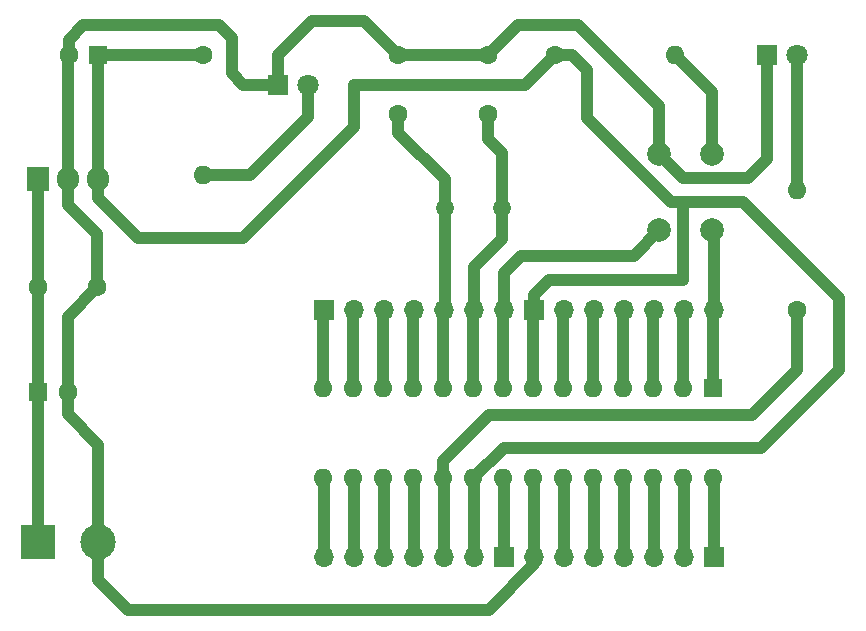
<source format=gbr>
%TF.GenerationSoftware,KiCad,Pcbnew,(6.0.4)*%
%TF.CreationDate,2022-05-25T11:20:54-03:00*%
%TF.ProjectId,modulo do atmega,6d6f6475-6c6f-4206-946f-2061746d6567,rev?*%
%TF.SameCoordinates,Original*%
%TF.FileFunction,Copper,L2,Bot*%
%TF.FilePolarity,Positive*%
%FSLAX46Y46*%
G04 Gerber Fmt 4.6, Leading zero omitted, Abs format (unit mm)*
G04 Created by KiCad (PCBNEW (6.0.4)) date 2022-05-25 11:20:54*
%MOMM*%
%LPD*%
G01*
G04 APERTURE LIST*
%TA.AperFunction,ComponentPad*%
%ADD10O,1.600000X1.600000*%
%TD*%
%TA.AperFunction,ComponentPad*%
%ADD11C,1.600000*%
%TD*%
%TA.AperFunction,ComponentPad*%
%ADD12O,1.700000X1.700000*%
%TD*%
%TA.AperFunction,ComponentPad*%
%ADD13R,1.700000X1.700000*%
%TD*%
%TA.AperFunction,ComponentPad*%
%ADD14C,2.000000*%
%TD*%
%TA.AperFunction,ComponentPad*%
%ADD15C,3.000000*%
%TD*%
%TA.AperFunction,ComponentPad*%
%ADD16R,3.000000X3.000000*%
%TD*%
%TA.AperFunction,ComponentPad*%
%ADD17C,1.800000*%
%TD*%
%TA.AperFunction,ComponentPad*%
%ADD18R,1.800000X1.800000*%
%TD*%
%TA.AperFunction,ComponentPad*%
%ADD19C,1.500000*%
%TD*%
%TA.AperFunction,ComponentPad*%
%ADD20O,1.905000X2.000000*%
%TD*%
%TA.AperFunction,ComponentPad*%
%ADD21R,1.905000X2.000000*%
%TD*%
%TA.AperFunction,ComponentPad*%
%ADD22R,1.600000X1.600000*%
%TD*%
%TA.AperFunction,Conductor*%
%ADD23C,1.016000*%
%TD*%
G04 APERTURE END LIST*
D10*
%TO.P,R3,2*%
%TO.N,/rst*%
X60864000Y-7807387D03*
D11*
%TO.P,R3,1*%
%TO.N,/VCC5V*%
X50704000Y-7807387D03*
%TD*%
D12*
%TO.P,J2,7,Pin_7*%
%TO.N,/rst*%
X64194000Y-29397387D03*
%TO.P,J2,6,Pin_6*%
%TO.N,Net-(J2-Pad6)*%
X61654000Y-29397387D03*
%TO.P,J2,5,Pin_5*%
%TO.N,Net-(J2-Pad5)*%
X59114000Y-29397387D03*
%TO.P,J2,4,Pin_4*%
%TO.N,Net-(J2-Pad4)*%
X56574000Y-29397387D03*
%TO.P,J2,3,Pin_3*%
%TO.N,Net-(J2-Pad3)*%
X54034000Y-29397387D03*
%TO.P,J2,2,Pin_2*%
%TO.N,Net-(J2-Pad2)*%
X51494000Y-29397387D03*
D13*
%TO.P,J2,1,Pin_1*%
%TO.N,/VCC5V*%
X48954000Y-29397387D03*
%TD*%
D14*
%TO.P,SW1,2,2*%
%TO.N,GNDREF*%
X59534000Y-16167387D03*
X59534000Y-22667387D03*
%TO.P,SW1,1,1*%
%TO.N,/rst*%
X64034000Y-22667387D03*
X64034000Y-16167387D03*
%TD*%
D11*
%TO.P,C4,2*%
%TO.N,GNDREF*%
X37449000Y-7847387D03*
%TO.P,C4,1*%
%TO.N,/osc2*%
X37449000Y-12847387D03*
%TD*%
D12*
%TO.P,J5,7,Pin_7*%
%TO.N,Net-(J5-Pad7)*%
X31174000Y-50352387D03*
%TO.P,J5,6,Pin_6*%
%TO.N,Net-(J5-Pad6)*%
X33714000Y-50352387D03*
%TO.P,J5,5,Pin_5*%
%TO.N,Net-(J5-Pad5)*%
X36254000Y-50352387D03*
%TO.P,J5,4,Pin_4*%
%TO.N,Net-(J5-Pad4)*%
X38794000Y-50352387D03*
%TO.P,J5,3,Pin_3*%
%TO.N,/led*%
X41334000Y-50352387D03*
%TO.P,J5,2,Pin_2*%
%TO.N,/VCC5V*%
X43874000Y-50352387D03*
D13*
%TO.P,J5,1,Pin_1*%
%TO.N,Net-(J5-Pad1)*%
X46414000Y-50352387D03*
%TD*%
D12*
%TO.P,J4,7,Pin_7*%
%TO.N,GNDREF*%
X48954000Y-50352387D03*
%TO.P,J4,6,Pin_6*%
%TO.N,Net-(J4-Pad6)*%
X51494000Y-50352387D03*
%TO.P,J4,5,Pin_5*%
%TO.N,Net-(J4-Pad5)*%
X54034000Y-50352387D03*
%TO.P,J4,4,Pin_4*%
%TO.N,Net-(J4-Pad4)*%
X56574000Y-50352387D03*
%TO.P,J4,3,Pin_3*%
%TO.N,Net-(J4-Pad3)*%
X59114000Y-50352387D03*
%TO.P,J4,2,Pin_2*%
%TO.N,Net-(J4-Pad2)*%
X61654000Y-50352387D03*
D13*
%TO.P,J4,1,Pin_1*%
%TO.N,Net-(J4-Pad1)*%
X64194000Y-50352387D03*
%TD*%
D10*
%TO.P,R2,2*%
%TO.N,Net-(D2-Pad2)*%
X71189000Y-19237387D03*
D11*
%TO.P,R2,1*%
%TO.N,/led*%
X71189000Y-29397387D03*
%TD*%
D15*
%TO.P,J1,2,Pin_2*%
%TO.N,GNDREF*%
X12049000Y-49082387D03*
D16*
%TO.P,J1,1,Pin_1*%
%TO.N,/VCC*%
X6969000Y-49082387D03*
%TD*%
D17*
%TO.P,D2,2,A*%
%TO.N,Net-(D2-Pad2)*%
X71189000Y-7807387D03*
D18*
%TO.P,D2,1,K*%
%TO.N,GNDREF*%
X68649000Y-7807387D03*
%TD*%
D19*
%TO.P,Y1,2,2*%
%TO.N,/osc2*%
X41374000Y-20761387D03*
%TO.P,Y1,1,1*%
%TO.N,/osc1*%
X46254000Y-20761387D03*
%TD*%
D20*
%TO.P,U1,3,VO*%
%TO.N,/VCC5V*%
X12049000Y-18277387D03*
%TO.P,U1,2,GND*%
%TO.N,GNDREF*%
X9509000Y-18277387D03*
D21*
%TO.P,U1,1,VI*%
%TO.N,/VCC*%
X6969000Y-18277387D03*
%TD*%
D10*
%TO.P,U2,28,PC5*%
%TO.N,Net-(J4-Pad1)*%
X64124000Y-43637612D03*
%TO.P,U2,27,PC4*%
%TO.N,Net-(J4-Pad2)*%
X61584000Y-43637612D03*
%TO.P,U2,26,PC3*%
%TO.N,Net-(J4-Pad3)*%
X59044000Y-43637612D03*
%TO.P,U2,25,PC2*%
%TO.N,Net-(J4-Pad4)*%
X56504000Y-43637612D03*
%TO.P,U2,24,PC1*%
%TO.N,Net-(J4-Pad5)*%
X53964000Y-43637612D03*
%TO.P,U2,23,PC0*%
%TO.N,Net-(J4-Pad6)*%
X51424000Y-43637612D03*
%TO.P,U2,22,GND*%
%TO.N,GNDREF*%
X48884000Y-43637612D03*
%TO.P,U2,21,AREF*%
%TO.N,Net-(J5-Pad1)*%
X46344000Y-43637612D03*
%TO.P,U2,20,AVCC*%
%TO.N,/VCC5V*%
X43804000Y-43637612D03*
%TO.P,U2,19,PB5*%
%TO.N,/led*%
X41264000Y-43637612D03*
%TO.P,U2,18,PB4*%
%TO.N,Net-(J5-Pad4)*%
X38724000Y-43637612D03*
%TO.P,U2,17,PB3*%
%TO.N,Net-(J5-Pad5)*%
X36184000Y-43637612D03*
%TO.P,U2,16,PB2*%
%TO.N,Net-(J5-Pad6)*%
X33644000Y-43637612D03*
%TO.P,U2,15,PB1*%
%TO.N,Net-(J5-Pad7)*%
X31104000Y-43637612D03*
%TO.P,U2,14,PB0*%
%TO.N,Net-(J3-Pad1)*%
X31104000Y-36017612D03*
%TO.P,U2,13,PD7*%
%TO.N,Net-(J3-Pad2)*%
X33644000Y-36017612D03*
%TO.P,U2,12,PD6*%
%TO.N,Net-(J3-Pad3)*%
X36184000Y-36017612D03*
%TO.P,U2,11,PD5*%
%TO.N,Net-(J3-Pad4)*%
X38724000Y-36017612D03*
%TO.P,U2,10,XTAL2/PB7*%
%TO.N,/osc2*%
X41264000Y-36017612D03*
%TO.P,U2,9,XTAL1/PB6*%
%TO.N,/osc1*%
X43804000Y-36017612D03*
%TO.P,U2,8,GND*%
%TO.N,GNDREF*%
X46344000Y-36017612D03*
%TO.P,U2,7,VCC*%
%TO.N,/VCC5V*%
X48884000Y-36017612D03*
%TO.P,U2,6,PD4*%
%TO.N,Net-(J2-Pad2)*%
X51424000Y-36017612D03*
%TO.P,U2,5,PD3*%
%TO.N,Net-(J2-Pad3)*%
X53964000Y-36017612D03*
%TO.P,U2,4,PD2*%
%TO.N,Net-(J2-Pad4)*%
X56504000Y-36017612D03*
%TO.P,U2,3,PD1*%
%TO.N,Net-(J2-Pad5)*%
X59044000Y-36017612D03*
%TO.P,U2,2,PD0*%
%TO.N,Net-(J2-Pad6)*%
X61584000Y-36017612D03*
D22*
%TO.P,U2,1,~{RESET}/PC6*%
%TO.N,/rst*%
X64124000Y-36017612D03*
%TD*%
D10*
%TO.P,R1,2*%
%TO.N,Net-(D1-Pad2)*%
X20944000Y-17967387D03*
D11*
%TO.P,R1,1*%
%TO.N,/VCC5V*%
X20944000Y-7807387D03*
%TD*%
%TO.P,C5,2*%
%TO.N,GNDREF*%
X9549000Y-7807387D03*
D22*
%TO.P,C5,1*%
%TO.N,/VCC5V*%
X12049000Y-7807387D03*
%TD*%
D11*
%TO.P,C3,2*%
%TO.N,GNDREF*%
X45069000Y-7847387D03*
%TO.P,C3,1*%
%TO.N,/osc1*%
X45069000Y-12847387D03*
%TD*%
%TO.P,C1,2*%
%TO.N,GNDREF*%
X9469000Y-36382387D03*
D22*
%TO.P,C1,1*%
%TO.N,/VCC*%
X6969000Y-36382387D03*
%TD*%
D12*
%TO.P,J3,7,Pin_7*%
%TO.N,GNDREF*%
X46409000Y-29397387D03*
%TO.P,J3,6,Pin_6*%
%TO.N,/osc1*%
X43869000Y-29397387D03*
%TO.P,J3,5,Pin_5*%
%TO.N,/osc2*%
X41329000Y-29397387D03*
%TO.P,J3,4,Pin_4*%
%TO.N,Net-(J3-Pad4)*%
X38789000Y-29397387D03*
%TO.P,J3,3,Pin_3*%
%TO.N,Net-(J3-Pad3)*%
X36249000Y-29397387D03*
%TO.P,J3,2,Pin_2*%
%TO.N,Net-(J3-Pad2)*%
X33709000Y-29397387D03*
D13*
%TO.P,J3,1,Pin_1*%
%TO.N,Net-(J3-Pad1)*%
X31169000Y-29397387D03*
%TD*%
D17*
%TO.P,D1,2,A*%
%TO.N,Net-(D1-Pad2)*%
X29829000Y-10347387D03*
D18*
%TO.P,D1,1,K*%
%TO.N,GNDREF*%
X27289000Y-10347387D03*
%TD*%
D11*
%TO.P,C2,2*%
%TO.N,GNDREF*%
X11969000Y-27492387D03*
%TO.P,C2,1*%
%TO.N,/VCC*%
X6969000Y-27492387D03*
%TD*%
D23*
%TO.N,/VCC*%
X6969000Y-36382387D02*
X6969000Y-27492387D01*
X6969000Y-27492387D02*
X6969000Y-18277387D01*
X6969000Y-49082387D02*
X6969000Y-36382387D01*
%TO.N,GNDREF*%
X10784000Y-5267387D02*
X22251387Y-5267387D01*
X57376000Y-24825387D02*
X59534000Y-22667387D01*
X12049000Y-49082387D02*
X12049000Y-40832387D01*
X59534000Y-12107387D02*
X52694000Y-5267387D01*
X37449000Y-7847387D02*
X45069000Y-7847387D01*
X23324000Y-9340000D02*
X24331387Y-10347387D01*
X48954000Y-50927409D02*
X48954000Y-50352387D01*
X46409000Y-26255000D02*
X47724000Y-24940000D01*
X12054000Y-40827387D02*
X9469000Y-38242387D01*
X11969000Y-27492387D02*
X11969000Y-23132387D01*
X9469000Y-38242387D02*
X9469000Y-36382387D01*
X27289000Y-10347387D02*
X27289000Y-7775000D01*
X45084022Y-54797387D02*
X48954000Y-50927409D01*
X48954000Y-50352387D02*
X48954000Y-43707612D01*
X68649000Y-16615000D02*
X68649000Y-7807387D01*
X12049000Y-49082387D02*
X12049000Y-52252387D01*
X52659000Y-5302387D02*
X52694000Y-5267387D01*
X47868000Y-24825387D02*
X57376000Y-24825387D01*
X67042613Y-18221387D02*
X68649000Y-16615000D01*
X61588000Y-18221387D02*
X67042613Y-18221387D01*
X9549000Y-7807387D02*
X9549000Y-6502387D01*
X12049000Y-52252387D02*
X14594000Y-54797387D01*
X27289000Y-7775000D02*
X30124000Y-4940000D01*
X46409000Y-29397387D02*
X46409000Y-26414387D01*
X46344000Y-36017612D02*
X46344000Y-29462387D01*
X12049000Y-40832387D02*
X12044000Y-40827387D01*
X11969000Y-22985000D02*
X9509000Y-20525000D01*
X30124000Y-4940000D02*
X34541613Y-4940000D01*
X9549000Y-6502387D02*
X10784000Y-5267387D01*
X9509000Y-20525000D02*
X9509000Y-18277387D01*
X9469000Y-36382387D02*
X9469000Y-29992387D01*
X11969000Y-23132387D02*
X11969000Y-22985000D01*
X24331387Y-10347387D02*
X27289000Y-10347387D01*
X23324000Y-6340000D02*
X23324000Y-9340000D01*
X47614000Y-5302387D02*
X52659000Y-5302387D01*
X46409000Y-26414387D02*
X46409000Y-26255000D01*
X34541613Y-4940000D02*
X37449000Y-7847387D01*
X9469000Y-29992387D02*
X11969000Y-27492387D01*
X59534000Y-16167387D02*
X59534000Y-12107387D01*
X59534000Y-16167387D02*
X61588000Y-18221387D01*
X22251387Y-5267387D02*
X23324000Y-6340000D01*
X14594000Y-54797387D02*
X45084022Y-54797387D01*
X45069000Y-7847387D02*
X47614000Y-5302387D01*
X9509000Y-18277387D02*
X9509000Y-7847387D01*
%TO.N,/osc1*%
X45069000Y-12847387D02*
X45069000Y-14914387D01*
X46254000Y-16099387D02*
X46254000Y-20761387D01*
X46254000Y-23391387D02*
X43869000Y-25776387D01*
X43869000Y-25776387D02*
X43869000Y-29397387D01*
X46254000Y-20761387D02*
X46254000Y-23391387D01*
X43804000Y-36017612D02*
X43804000Y-29462387D01*
X45069000Y-14914387D02*
X46254000Y-16099387D01*
%TO.N,/osc2*%
X41374000Y-20761387D02*
X41374000Y-29352387D01*
X41374000Y-20761387D02*
X41374000Y-18331387D01*
X41264000Y-36017612D02*
X41264000Y-29462387D01*
X37449000Y-14406387D02*
X37449000Y-12847387D01*
X41374000Y-18331387D02*
X37449000Y-14406387D01*
%TO.N,/VCC5V*%
X12049000Y-18277387D02*
X12049000Y-19955000D01*
X61076000Y-20253387D02*
X66664000Y-20253387D01*
X15434000Y-23340000D02*
X24324000Y-23340000D01*
X12049000Y-7807387D02*
X20944000Y-7807387D01*
X61584000Y-20761387D02*
X61584000Y-26857387D01*
X33724000Y-13940000D02*
X33724000Y-10340000D01*
X61584000Y-26857387D02*
X50206613Y-26857387D01*
X43804000Y-43637612D02*
X46360225Y-41081387D01*
X53456000Y-13141387D02*
X60568000Y-20253387D01*
X43874000Y-50352387D02*
X43874000Y-43707612D01*
X33724000Y-10340000D02*
X48171387Y-10340000D01*
X52186000Y-7807387D02*
X53456000Y-9077387D01*
X24324000Y-23340000D02*
X33724000Y-13940000D01*
X74792000Y-34477387D02*
X68188000Y-41081387D01*
X12049000Y-18277387D02*
X12049000Y-7807387D01*
X50206613Y-26857387D02*
X48954000Y-28110000D01*
X66664000Y-20253387D02*
X74792000Y-28381387D01*
X60568000Y-20253387D02*
X61924000Y-20253387D01*
X48954000Y-28110000D02*
X48954000Y-29397387D01*
X53456000Y-9077387D02*
X53456000Y-13141387D01*
X46360225Y-41081387D02*
X68188000Y-41081387D01*
X48171387Y-10340000D02*
X50704000Y-7807387D01*
X12049000Y-19955000D02*
X15434000Y-23340000D01*
X48884000Y-36017612D02*
X48884000Y-29467387D01*
X50704000Y-7807387D02*
X52186000Y-7807387D01*
X74792000Y-28381387D02*
X74792000Y-34477387D01*
%TO.N,Net-(D1-Pad2)*%
X20944000Y-17967387D02*
X24896613Y-17967387D01*
X24896613Y-17967387D02*
X29829000Y-13035000D01*
X29829000Y-13035000D02*
X29829000Y-10347387D01*
%TO.N,Net-(D2-Pad2)*%
X71189000Y-19237387D02*
X71189000Y-7807387D01*
%TO.N,Net-(J2-Pad2)*%
X51424000Y-36017612D02*
X51424000Y-29467387D01*
%TO.N,Net-(J2-Pad3)*%
X53964000Y-36017612D02*
X53964000Y-29467387D01*
%TO.N,Net-(J2-Pad4)*%
X56504000Y-36017612D02*
X56504000Y-29467387D01*
%TO.N,Net-(J2-Pad5)*%
X59044000Y-36017612D02*
X59044000Y-29467387D01*
%TO.N,Net-(J2-Pad6)*%
X61584000Y-36017612D02*
X61584000Y-29467387D01*
%TO.N,/rst*%
X64034000Y-10977387D02*
X60864000Y-7807387D01*
X64194000Y-29397387D02*
X64194000Y-22827387D01*
X64034000Y-16167387D02*
X64034000Y-10977387D01*
X64124000Y-36017612D02*
X64124000Y-29467387D01*
%TO.N,Net-(J3-Pad1)*%
X31104000Y-36017612D02*
X31104000Y-29462387D01*
%TO.N,Net-(J3-Pad2)*%
X33644000Y-36017612D02*
X33644000Y-29462387D01*
%TO.N,Net-(J3-Pad3)*%
X36184000Y-36017612D02*
X36184000Y-29462387D01*
%TO.N,Net-(J3-Pad4)*%
X38724000Y-36017612D02*
X38724000Y-29462387D01*
%TO.N,Net-(J4-Pad1)*%
X64194000Y-50352387D02*
X64194000Y-43707612D01*
%TO.N,Net-(J4-Pad2)*%
X61654000Y-50352387D02*
X61654000Y-43707612D01*
%TO.N,Net-(J4-Pad3)*%
X59114000Y-50352387D02*
X59114000Y-43707612D01*
%TO.N,Net-(J4-Pad4)*%
X56574000Y-50352387D02*
X56574000Y-43707612D01*
%TO.N,Net-(J4-Pad5)*%
X54034000Y-50352387D02*
X54034000Y-43707612D01*
%TO.N,Net-(J4-Pad6)*%
X51494000Y-50352387D02*
X51494000Y-43707612D01*
%TO.N,Net-(J5-Pad1)*%
X46414000Y-50352387D02*
X46414000Y-43707612D01*
%TO.N,/led*%
X41334000Y-50352387D02*
X41334000Y-43707612D01*
X67379000Y-38287387D02*
X45144000Y-38287387D01*
X41264000Y-43637612D02*
X41264000Y-42167387D01*
X71189000Y-34477387D02*
X71189000Y-29397387D01*
X41264000Y-42167387D02*
X45144000Y-38287387D01*
X67379000Y-38287387D02*
X71189000Y-34477387D01*
%TO.N,Net-(J5-Pad4)*%
X38794000Y-50352387D02*
X38794000Y-43707612D01*
%TO.N,Net-(J5-Pad5)*%
X36254000Y-50352387D02*
X36254000Y-43707612D01*
%TO.N,Net-(J5-Pad6)*%
X33714000Y-50352387D02*
X33714000Y-43707612D01*
%TO.N,Net-(J5-Pad7)*%
X31174000Y-50352387D02*
X31174000Y-43707612D01*
%TD*%
M02*

</source>
